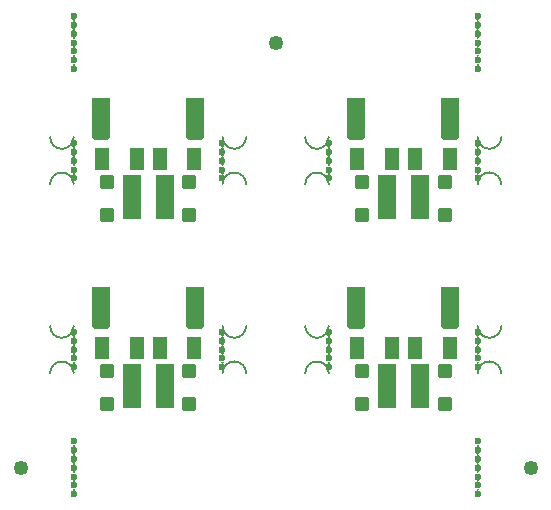
<source format=gts>
G04 #@! TF.GenerationSoftware,KiCad,Pcbnew,(7.0.0-0)*
G04 #@! TF.CreationDate,2025-09-03T19:42:49+12:00*
G04 #@! TF.ProjectId,polar_light_panelized_X4,706f6c61-725f-46c6-9967-68745f70616e,rev?*
G04 #@! TF.SameCoordinates,Original*
G04 #@! TF.FileFunction,Soldermask,Top*
G04 #@! TF.FilePolarity,Negative*
%FSLAX46Y46*%
G04 Gerber Fmt 4.6, Leading zero omitted, Abs format (unit mm)*
G04 Created by KiCad (PCBNEW (7.0.0-0)) date 2025-09-03 19:42:49*
%MOMM*%
%LPD*%
G01*
G04 APERTURE LIST*
G04 Aperture macros list*
%AMRoundRect*
0 Rectangle with rounded corners*
0 $1 Rounding radius*
0 $2 $3 $4 $5 $6 $7 $8 $9 X,Y pos of 4 corners*
0 Add a 4 corners polygon primitive as box body*
4,1,4,$2,$3,$4,$5,$6,$7,$8,$9,$2,$3,0*
0 Add four circle primitives for the rounded corners*
1,1,$1+$1,$2,$3*
1,1,$1+$1,$4,$5*
1,1,$1+$1,$6,$7*
1,1,$1+$1,$8,$9*
0 Add four rect primitives between the rounded corners*
20,1,$1+$1,$2,$3,$4,$5,0*
20,1,$1+$1,$4,$5,$6,$7,0*
20,1,$1+$1,$6,$7,$8,$9,0*
20,1,$1+$1,$8,$9,$2,$3,0*%
%AMFreePoly0*
4,1,31,0.382209,1.799478,0.489210,1.783888,0.503961,1.779330,0.614864,1.725113,0.628259,1.715548,0.715548,1.628259,0.725113,1.614864,0.779330,1.503961,0.783888,1.489210,0.799478,1.382209,0.800000,1.375000,0.800000,-1.750000,0.785355,-1.785355,0.750000,-1.800000,-0.750000,-1.800000,-0.785355,-1.785355,-0.800000,-1.750000,-0.800000,1.375000,-0.799478,1.382209,-0.783888,1.489210,
-0.779330,1.503961,-0.725113,1.614864,-0.715548,1.628259,-0.628259,1.715548,-0.614864,1.725113,-0.503961,1.779330,-0.489210,1.783888,-0.382209,1.799478,-0.375000,1.800000,0.375000,1.800000,0.382209,1.799478,0.382209,1.799478,$1*%
G04 Aperture macros list end*
G04 #@! TA.AperFunction,Profile*
%ADD10C,0.150000*%
G04 #@! TD*
%ADD11C,1.252000*%
%ADD12RoundRect,0.050000X0.550000X-0.550000X0.550000X0.550000X-0.550000X0.550000X-0.550000X-0.550000X0*%
%ADD13C,0.600000*%
%ADD14RoundRect,0.050000X-0.575000X-0.900000X0.575000X-0.900000X0.575000X0.900000X-0.575000X0.900000X0*%
%ADD15FreePoly0,180.000000*%
%ADD16RoundRect,0.050000X0.700000X1.850000X-0.700000X1.850000X-0.700000X-1.850000X0.700000X-1.850000X0*%
%ADD17RoundRect,0.050000X-0.550000X0.550000X-0.550000X-0.550000X0.550000X-0.550000X0.550000X0.550000X0*%
G04 APERTURE END LIST*
D10*
X132600033Y-103950037D02*
G75*
G03*
X130600035Y-103950037I-999999J19D01*
G01*
X130600038Y-99950001D02*
G75*
G03*
X132600034Y-99950001I999998J-20D01*
G01*
X154200032Y-87950074D02*
G75*
G03*
X152200034Y-87950074I-999999J19D01*
G01*
X152200037Y-83950038D02*
G75*
G03*
X154200033Y-83950038I999998J-20D01*
G01*
X166800003Y-99949964D02*
G75*
G03*
X168800001Y-99949964I999999J-19D01*
G01*
X168799998Y-103950000D02*
G75*
G03*
X166800002Y-103950000I-999998J20D01*
G01*
X166800038Y-83950002D02*
G75*
G03*
X168800036Y-83950002I999999J-19D01*
G01*
X168800033Y-87950038D02*
G75*
G03*
X166800037Y-87950038I-999998J20D01*
G01*
X145200039Y-83949965D02*
G75*
G03*
X147200037Y-83949965I999999J-19D01*
G01*
X147200034Y-87950001D02*
G75*
G03*
X145200038Y-87950001I-999998J20D01*
G01*
X132600033Y-87950037D02*
G75*
G03*
X130600035Y-87950037I-999999J19D01*
G01*
X130600038Y-83950001D02*
G75*
G03*
X132600034Y-83950001I999998J-20D01*
G01*
X145200039Y-99949965D02*
G75*
G03*
X147200037Y-99949965I999999J-19D01*
G01*
X147200034Y-103950001D02*
G75*
G03*
X145200038Y-103950001I-999998J20D01*
G01*
X154199997Y-103950036D02*
G75*
G03*
X152199999Y-103950036I-999999J19D01*
G01*
X152200002Y-99950000D02*
G75*
G03*
X154199998Y-99950000I999998J-20D01*
G01*
D11*
X128100000Y-111950000D03*
D12*
X164000000Y-90550000D03*
X164000000Y-87750000D03*
D13*
X132600036Y-103450001D03*
X132600034Y-102700001D03*
X132600034Y-101950019D03*
X132600034Y-101200001D03*
X132600034Y-100450001D03*
D14*
X134975000Y-85800000D03*
X137925000Y-85800000D03*
X134975000Y-101800000D03*
X137925000Y-101800000D03*
D15*
X164500000Y-98450000D03*
D16*
X137500000Y-105050000D03*
X140300000Y-105050000D03*
D13*
X166800000Y-78200000D03*
X166800000Y-77450000D03*
X166800000Y-76700000D03*
X166800000Y-75950000D03*
X166800000Y-75200000D03*
X166800000Y-74450000D03*
X166800000Y-73700000D03*
D15*
X156500000Y-82450000D03*
D14*
X156575000Y-85800000D03*
X159525000Y-85800000D03*
D11*
X171300000Y-111950000D03*
D13*
X154200035Y-87450038D03*
X154200033Y-86700038D03*
X154200033Y-85950056D03*
X154200033Y-85200038D03*
X154200033Y-84450038D03*
D17*
X157000000Y-87750000D03*
X157000000Y-90550000D03*
D14*
X156575000Y-101800000D03*
X159525000Y-101800000D03*
D17*
X157000000Y-103750000D03*
X157000000Y-106550000D03*
D15*
X156500000Y-98450000D03*
D13*
X166800000Y-100450000D03*
X166800002Y-101200000D03*
X166800002Y-101949982D03*
X166800002Y-102700000D03*
X166800002Y-103450000D03*
X132600000Y-114200000D03*
X132600000Y-113450000D03*
X132600000Y-112700000D03*
X132600000Y-111950000D03*
X132600000Y-111200000D03*
X132600000Y-110450000D03*
X132600000Y-109700000D03*
D15*
X142900000Y-82450000D03*
D14*
X161475000Y-85800000D03*
X164425000Y-85800000D03*
D16*
X159100000Y-89050000D03*
X161900000Y-89050000D03*
D15*
X142900000Y-98450000D03*
D16*
X137500000Y-89050000D03*
X140300000Y-89050000D03*
D14*
X161475000Y-101800000D03*
X164425000Y-101800000D03*
D13*
X166800035Y-84450038D03*
X166800037Y-85200038D03*
X166800037Y-85950020D03*
X166800037Y-86700038D03*
X166800037Y-87450038D03*
D15*
X164500000Y-82450000D03*
D12*
X142400000Y-106550000D03*
X142400000Y-103750000D03*
D15*
X134900000Y-82450000D03*
D12*
X142400000Y-90550000D03*
X142400000Y-87750000D03*
D16*
X159100000Y-105050000D03*
X161900000Y-105050000D03*
D14*
X139875000Y-85800000D03*
X142825000Y-85800000D03*
D15*
X134900000Y-98450000D03*
D17*
X135400000Y-103750000D03*
X135400000Y-106550000D03*
D13*
X145200036Y-84450001D03*
X145200038Y-85200001D03*
X145200038Y-85949983D03*
X145200038Y-86700001D03*
X145200038Y-87450001D03*
D14*
X139875000Y-101800000D03*
X142825000Y-101800000D03*
D13*
X132600036Y-87450001D03*
X132600034Y-86700001D03*
X132600034Y-85950019D03*
X132600034Y-85200001D03*
X132600034Y-84450001D03*
X166800000Y-114200000D03*
X166800000Y-113450000D03*
X166800000Y-112700000D03*
X166800000Y-111950000D03*
X166800000Y-111200000D03*
X166800000Y-110450000D03*
X166800000Y-109700000D03*
D11*
X149700000Y-75950000D03*
D17*
X135400000Y-87750000D03*
X135400000Y-90550000D03*
D13*
X145200036Y-100450001D03*
X145200038Y-101200001D03*
X145200038Y-101949983D03*
X145200038Y-102700001D03*
X145200038Y-103450001D03*
D12*
X164000000Y-106550000D03*
X164000000Y-103750000D03*
D13*
X154200000Y-103450000D03*
X154199998Y-102700000D03*
X154199998Y-101950018D03*
X154199998Y-101200000D03*
X154199998Y-100450000D03*
X132600000Y-78200000D03*
X132600000Y-77450000D03*
X132600000Y-76700000D03*
X132600000Y-75950000D03*
X132600000Y-75200000D03*
X132600000Y-74450000D03*
X132600000Y-73700000D03*
G36*
X166934079Y-113714404D02*
G01*
X166934909Y-113716079D01*
X166933992Y-113717709D01*
X166930883Y-113719707D01*
X166888598Y-113765125D01*
X166873316Y-113825000D01*
X166888598Y-113884874D01*
X166930882Y-113930291D01*
X166933992Y-113932289D01*
X166934910Y-113933919D01*
X166934080Y-113935595D01*
X166932227Y-113935851D01*
X166851742Y-113906558D01*
X166748258Y-113906558D01*
X166667772Y-113935851D01*
X166665919Y-113935595D01*
X166665089Y-113933919D01*
X166666007Y-113932289D01*
X166669117Y-113930290D01*
X166711401Y-113884874D01*
X166726682Y-113825000D01*
X166711401Y-113765125D01*
X166669116Y-113719707D01*
X166666007Y-113717709D01*
X166665090Y-113716080D01*
X166665920Y-113714404D01*
X166667773Y-113714148D01*
X166748258Y-113743442D01*
X166851742Y-113743442D01*
X166932226Y-113714148D01*
X166934079Y-113714404D01*
G37*
G36*
X132734079Y-113714404D02*
G01*
X132734909Y-113716079D01*
X132733992Y-113717709D01*
X132730883Y-113719707D01*
X132688598Y-113765125D01*
X132673316Y-113825000D01*
X132688598Y-113884874D01*
X132730882Y-113930291D01*
X132733992Y-113932289D01*
X132734910Y-113933919D01*
X132734080Y-113935595D01*
X132732227Y-113935851D01*
X132651742Y-113906558D01*
X132548258Y-113906558D01*
X132467772Y-113935851D01*
X132465919Y-113935595D01*
X132465089Y-113933919D01*
X132466007Y-113932289D01*
X132469117Y-113930290D01*
X132511401Y-113884874D01*
X132526682Y-113825000D01*
X132511401Y-113765125D01*
X132469116Y-113719707D01*
X132466007Y-113717709D01*
X132465090Y-113716080D01*
X132465920Y-113714404D01*
X132467773Y-113714148D01*
X132548258Y-113743442D01*
X132651742Y-113743442D01*
X132732226Y-113714148D01*
X132734079Y-113714404D01*
G37*
G36*
X166934079Y-112964404D02*
G01*
X166934909Y-112966079D01*
X166933992Y-112967709D01*
X166930883Y-112969707D01*
X166888598Y-113015125D01*
X166873316Y-113074999D01*
X166888598Y-113134874D01*
X166930882Y-113180291D01*
X166933992Y-113182289D01*
X166934910Y-113183919D01*
X166934080Y-113185595D01*
X166932227Y-113185851D01*
X166851742Y-113156558D01*
X166748258Y-113156558D01*
X166667772Y-113185851D01*
X166665919Y-113185595D01*
X166665089Y-113183919D01*
X166666007Y-113182289D01*
X166669117Y-113180290D01*
X166711401Y-113134874D01*
X166726682Y-113075000D01*
X166711401Y-113015125D01*
X166669116Y-112969707D01*
X166666007Y-112967709D01*
X166665090Y-112966080D01*
X166665920Y-112964404D01*
X166667773Y-112964148D01*
X166748258Y-112993442D01*
X166851742Y-112993442D01*
X166932226Y-112964148D01*
X166934079Y-112964404D01*
G37*
G36*
X132734079Y-112964404D02*
G01*
X132734909Y-112966079D01*
X132733992Y-112967709D01*
X132730883Y-112969707D01*
X132688598Y-113015125D01*
X132673316Y-113075000D01*
X132688598Y-113134874D01*
X132730882Y-113180291D01*
X132733992Y-113182289D01*
X132734910Y-113183919D01*
X132734080Y-113185595D01*
X132732227Y-113185851D01*
X132651742Y-113156558D01*
X132548258Y-113156558D01*
X132467772Y-113185851D01*
X132465919Y-113185595D01*
X132465089Y-113183919D01*
X132466007Y-113182289D01*
X132469117Y-113180290D01*
X132511401Y-113134874D01*
X132526682Y-113075000D01*
X132511401Y-113015125D01*
X132469116Y-112969707D01*
X132466007Y-112967709D01*
X132465090Y-112966080D01*
X132465920Y-112964404D01*
X132467773Y-112964148D01*
X132548258Y-112993442D01*
X132651742Y-112993442D01*
X132732226Y-112964148D01*
X132734079Y-112964404D01*
G37*
G36*
X166934079Y-112214404D02*
G01*
X166934909Y-112216079D01*
X166933992Y-112217709D01*
X166930883Y-112219707D01*
X166888598Y-112265125D01*
X166873316Y-112325000D01*
X166888598Y-112384874D01*
X166930882Y-112430291D01*
X166933992Y-112432289D01*
X166934910Y-112433919D01*
X166934080Y-112435595D01*
X166932227Y-112435851D01*
X166851742Y-112406558D01*
X166748258Y-112406558D01*
X166667772Y-112435851D01*
X166665919Y-112435595D01*
X166665089Y-112433919D01*
X166666007Y-112432289D01*
X166669117Y-112430290D01*
X166711401Y-112384874D01*
X166726682Y-112324999D01*
X166711401Y-112265125D01*
X166669116Y-112219707D01*
X166666007Y-112217709D01*
X166665090Y-112216080D01*
X166665920Y-112214404D01*
X166667773Y-112214148D01*
X166748258Y-112243442D01*
X166851742Y-112243442D01*
X166932226Y-112214148D01*
X166934079Y-112214404D01*
G37*
G36*
X132734079Y-112214404D02*
G01*
X132734909Y-112216079D01*
X132733992Y-112217709D01*
X132730883Y-112219707D01*
X132688598Y-112265125D01*
X132673316Y-112325000D01*
X132688598Y-112384874D01*
X132730882Y-112430291D01*
X132733992Y-112432289D01*
X132734910Y-112433919D01*
X132734080Y-112435595D01*
X132732227Y-112435851D01*
X132651742Y-112406558D01*
X132548258Y-112406558D01*
X132467772Y-112435851D01*
X132465919Y-112435595D01*
X132465089Y-112433919D01*
X132466007Y-112432289D01*
X132469117Y-112430290D01*
X132511401Y-112384874D01*
X132526682Y-112324999D01*
X132511401Y-112265125D01*
X132469116Y-112219707D01*
X132466007Y-112217709D01*
X132465090Y-112216080D01*
X132465920Y-112214404D01*
X132467773Y-112214148D01*
X132548258Y-112243442D01*
X132651742Y-112243442D01*
X132732226Y-112214148D01*
X132734079Y-112214404D01*
G37*
G36*
X166934075Y-111464406D02*
G01*
X166934905Y-111466082D01*
X166933987Y-111467711D01*
X166930886Y-111469704D01*
X166888598Y-111515123D01*
X166873316Y-111574998D01*
X166888597Y-111634872D01*
X166930881Y-111680290D01*
X166933993Y-111682289D01*
X166934911Y-111683919D01*
X166934081Y-111685595D01*
X166932228Y-111685851D01*
X166851742Y-111656558D01*
X166748258Y-111656558D01*
X166667765Y-111685853D01*
X166665912Y-111685597D01*
X166665082Y-111683921D01*
X166666000Y-111682291D01*
X166669117Y-111680288D01*
X166711401Y-111634872D01*
X166726682Y-111574998D01*
X166711400Y-111515123D01*
X166669116Y-111469706D01*
X166666012Y-111467712D01*
X166665094Y-111466082D01*
X166665924Y-111464406D01*
X166667777Y-111464150D01*
X166748258Y-111493442D01*
X166851742Y-111493442D01*
X166932222Y-111464150D01*
X166934075Y-111464406D01*
G37*
G36*
X132734075Y-111464406D02*
G01*
X132734905Y-111466082D01*
X132733987Y-111467711D01*
X132730886Y-111469704D01*
X132688598Y-111515123D01*
X132673316Y-111574998D01*
X132688597Y-111634872D01*
X132730881Y-111680290D01*
X132733993Y-111682289D01*
X132734911Y-111683919D01*
X132734081Y-111685595D01*
X132732228Y-111685851D01*
X132651742Y-111656558D01*
X132548258Y-111656558D01*
X132467765Y-111685853D01*
X132465912Y-111685597D01*
X132465082Y-111683921D01*
X132466000Y-111682291D01*
X132469117Y-111680288D01*
X132511401Y-111634872D01*
X132526682Y-111574998D01*
X132511400Y-111515123D01*
X132469116Y-111469706D01*
X132466012Y-111467712D01*
X132465094Y-111466082D01*
X132465924Y-111464406D01*
X132467777Y-111464150D01*
X132548258Y-111493442D01*
X132651742Y-111493442D01*
X132732222Y-111464150D01*
X132734075Y-111464406D01*
G37*
G36*
X166934079Y-110714404D02*
G01*
X166934909Y-110716079D01*
X166933992Y-110717709D01*
X166930883Y-110719707D01*
X166888598Y-110765125D01*
X166873316Y-110824999D01*
X166888598Y-110884874D01*
X166930882Y-110930291D01*
X166933992Y-110932289D01*
X166934910Y-110933919D01*
X166934080Y-110935595D01*
X166932227Y-110935851D01*
X166851742Y-110906558D01*
X166748258Y-110906558D01*
X166667772Y-110935851D01*
X166665919Y-110935595D01*
X166665089Y-110933919D01*
X166666007Y-110932289D01*
X166669117Y-110930290D01*
X166711401Y-110884874D01*
X166726682Y-110825000D01*
X166711401Y-110765125D01*
X166669116Y-110719707D01*
X166666007Y-110717709D01*
X166665090Y-110716080D01*
X166665920Y-110714404D01*
X166667773Y-110714148D01*
X166748258Y-110743442D01*
X166851742Y-110743442D01*
X166932226Y-110714148D01*
X166934079Y-110714404D01*
G37*
G36*
X132734079Y-110714404D02*
G01*
X132734909Y-110716079D01*
X132733992Y-110717709D01*
X132730883Y-110719707D01*
X132688598Y-110765125D01*
X132673316Y-110825000D01*
X132688598Y-110884874D01*
X132730882Y-110930291D01*
X132733992Y-110932289D01*
X132734910Y-110933919D01*
X132734080Y-110935595D01*
X132732227Y-110935851D01*
X132651742Y-110906558D01*
X132548258Y-110906558D01*
X132467772Y-110935851D01*
X132465919Y-110935595D01*
X132465089Y-110933919D01*
X132466007Y-110932289D01*
X132469117Y-110930290D01*
X132511401Y-110884874D01*
X132526682Y-110825000D01*
X132511401Y-110765125D01*
X132469116Y-110719707D01*
X132466007Y-110717709D01*
X132465090Y-110716080D01*
X132465920Y-110714404D01*
X132467773Y-110714148D01*
X132548258Y-110743442D01*
X132651742Y-110743442D01*
X132732226Y-110714148D01*
X132734079Y-110714404D01*
G37*
G36*
X166934079Y-109964404D02*
G01*
X166934909Y-109966079D01*
X166933992Y-109967709D01*
X166930883Y-109969707D01*
X166888598Y-110015125D01*
X166873316Y-110074999D01*
X166888598Y-110134874D01*
X166930882Y-110180291D01*
X166933992Y-110182289D01*
X166934910Y-110183919D01*
X166934080Y-110185595D01*
X166932227Y-110185851D01*
X166851742Y-110156558D01*
X166748258Y-110156558D01*
X166667772Y-110185851D01*
X166665919Y-110185595D01*
X166665089Y-110183919D01*
X166666007Y-110182289D01*
X166669117Y-110180290D01*
X166711401Y-110134874D01*
X166726682Y-110075000D01*
X166711401Y-110015125D01*
X166669116Y-109969707D01*
X166666007Y-109967709D01*
X166665090Y-109966080D01*
X166665920Y-109964404D01*
X166667773Y-109964148D01*
X166748258Y-109993442D01*
X166851742Y-109993442D01*
X166932226Y-109964148D01*
X166934079Y-109964404D01*
G37*
G36*
X132734079Y-109964404D02*
G01*
X132734909Y-109966079D01*
X132733992Y-109967709D01*
X132730883Y-109969707D01*
X132688598Y-110015125D01*
X132673316Y-110074999D01*
X132688598Y-110134874D01*
X132730882Y-110180291D01*
X132733992Y-110182289D01*
X132734910Y-110183919D01*
X132734080Y-110185595D01*
X132732227Y-110185851D01*
X132651742Y-110156558D01*
X132548258Y-110156558D01*
X132467772Y-110185851D01*
X132465919Y-110185595D01*
X132465089Y-110183919D01*
X132466007Y-110182289D01*
X132469117Y-110180290D01*
X132511401Y-110134874D01*
X132526682Y-110075000D01*
X132511401Y-110015125D01*
X132469116Y-109969707D01*
X132466007Y-109967709D01*
X132465090Y-109966080D01*
X132465920Y-109964404D01*
X132467773Y-109964148D01*
X132548258Y-109993442D01*
X132651742Y-109993442D01*
X132732226Y-109964148D01*
X132734079Y-109964404D01*
G37*
G36*
X132548292Y-102993443D02*
G01*
X132651776Y-102993443D01*
X132732255Y-102964151D01*
X132734108Y-102964407D01*
X132734938Y-102966083D01*
X132734021Y-102967712D01*
X132730918Y-102969706D01*
X132688633Y-103015125D01*
X132673351Y-103075000D01*
X132688632Y-103134874D01*
X132730917Y-103180291D01*
X132734029Y-103182290D01*
X132734947Y-103183920D01*
X132734117Y-103185596D01*
X132732264Y-103185852D01*
X132651778Y-103156559D01*
X132548294Y-103156559D01*
X132467806Y-103185853D01*
X132465953Y-103185597D01*
X132465123Y-103183921D01*
X132466041Y-103182291D01*
X132469152Y-103180292D01*
X132511436Y-103134874D01*
X132526717Y-103075000D01*
X132511435Y-103015126D01*
X132469150Y-102969708D01*
X132466041Y-102967710D01*
X132465124Y-102966081D01*
X132465954Y-102964405D01*
X132467807Y-102964149D01*
X132548292Y-102993443D01*
G37*
G36*
X154148256Y-102993442D02*
G01*
X154251740Y-102993442D01*
X154332219Y-102964150D01*
X154334072Y-102964406D01*
X154334902Y-102966082D01*
X154333985Y-102967711D01*
X154330882Y-102969705D01*
X154288597Y-103015124D01*
X154273315Y-103074999D01*
X154288596Y-103134873D01*
X154330881Y-103180290D01*
X154333993Y-103182289D01*
X154334911Y-103183919D01*
X154334081Y-103185595D01*
X154332228Y-103185851D01*
X154251742Y-103156558D01*
X154148258Y-103156558D01*
X154067770Y-103185852D01*
X154065917Y-103185596D01*
X154065087Y-103183920D01*
X154066005Y-103182290D01*
X154069116Y-103180291D01*
X154111400Y-103134873D01*
X154126681Y-103074999D01*
X154111399Y-103015125D01*
X154069114Y-102969707D01*
X154066005Y-102967709D01*
X154065088Y-102966080D01*
X154065918Y-102964404D01*
X154067771Y-102964148D01*
X154148256Y-102993442D01*
G37*
G36*
X145334117Y-102964405D02*
G01*
X145334947Y-102966080D01*
X145334030Y-102967710D01*
X145330921Y-102969708D01*
X145288636Y-103015126D01*
X145273354Y-103075001D01*
X145288636Y-103134875D01*
X145330920Y-103180292D01*
X145334030Y-103182290D01*
X145334948Y-103183920D01*
X145334118Y-103185596D01*
X145332265Y-103185852D01*
X145251780Y-103156559D01*
X145148296Y-103156559D01*
X145067810Y-103185852D01*
X145065957Y-103185596D01*
X145065127Y-103183920D01*
X145066045Y-103182290D01*
X145069155Y-103180291D01*
X145111439Y-103134875D01*
X145126720Y-103075000D01*
X145111439Y-103015126D01*
X145069154Y-102969708D01*
X145066045Y-102967710D01*
X145065128Y-102966081D01*
X145065958Y-102964405D01*
X145067811Y-102964149D01*
X145148296Y-102993443D01*
X145251780Y-102993443D01*
X145332264Y-102964149D01*
X145334117Y-102964405D01*
G37*
G36*
X166934081Y-102964404D02*
G01*
X166934911Y-102966079D01*
X166933994Y-102967709D01*
X166930885Y-102969707D01*
X166888600Y-103015125D01*
X166873318Y-103075000D01*
X166888600Y-103134874D01*
X166930884Y-103180291D01*
X166933994Y-103182289D01*
X166934912Y-103183919D01*
X166934082Y-103185595D01*
X166932229Y-103185851D01*
X166851744Y-103156558D01*
X166748260Y-103156558D01*
X166667774Y-103185851D01*
X166665921Y-103185595D01*
X166665091Y-103183919D01*
X166666009Y-103182289D01*
X166669119Y-103180290D01*
X166711403Y-103134874D01*
X166726684Y-103074999D01*
X166711403Y-103015125D01*
X166669118Y-102969707D01*
X166666009Y-102967709D01*
X166665092Y-102966080D01*
X166665922Y-102964404D01*
X166667775Y-102964148D01*
X166748260Y-102993442D01*
X166851744Y-102993442D01*
X166932228Y-102964148D01*
X166934081Y-102964404D01*
G37*
G36*
X132734113Y-102214423D02*
G01*
X132734943Y-102216098D01*
X132734026Y-102217728D01*
X132730931Y-102219717D01*
X132688646Y-102265135D01*
X132673364Y-102325010D01*
X132688646Y-102384884D01*
X132730930Y-102430301D01*
X132734026Y-102432290D01*
X132734944Y-102433920D01*
X132734114Y-102435596D01*
X132732261Y-102435852D01*
X132651776Y-102406559D01*
X132548292Y-102406559D01*
X132467799Y-102435854D01*
X132465946Y-102435598D01*
X132465116Y-102433922D01*
X132466034Y-102432292D01*
X132469137Y-102430298D01*
X132511421Y-102384882D01*
X132526702Y-102325008D01*
X132511420Y-102265133D01*
X132469136Y-102219716D01*
X132466046Y-102217731D01*
X132465128Y-102216101D01*
X132465958Y-102214425D01*
X132467811Y-102214169D01*
X132548292Y-102243461D01*
X132651776Y-102243461D01*
X132732260Y-102214167D01*
X132734113Y-102214423D01*
G37*
G36*
X145148296Y-102243425D02*
G01*
X145251780Y-102243425D01*
X145332260Y-102214133D01*
X145334113Y-102214389D01*
X145334943Y-102216065D01*
X145334025Y-102217694D01*
X145330910Y-102219696D01*
X145288622Y-102265115D01*
X145273340Y-102324990D01*
X145288621Y-102384864D01*
X145330905Y-102430282D01*
X145334031Y-102432290D01*
X145334949Y-102433920D01*
X145334119Y-102435596D01*
X145332266Y-102435852D01*
X145251780Y-102406559D01*
X145148296Y-102406559D01*
X145067810Y-102435852D01*
X145065957Y-102435596D01*
X145065127Y-102433920D01*
X145066045Y-102432290D01*
X145069169Y-102430282D01*
X145111453Y-102384866D01*
X145126734Y-102324992D01*
X145111453Y-102265117D01*
X145069168Y-102219699D01*
X145066045Y-102217692D01*
X145065128Y-102216063D01*
X145065958Y-102214387D01*
X145067811Y-102214131D01*
X145148296Y-102243425D01*
G37*
G36*
X166934081Y-102214386D02*
G01*
X166934911Y-102216061D01*
X166933994Y-102217691D01*
X166930871Y-102219698D01*
X166888586Y-102265116D01*
X166873304Y-102324991D01*
X166888586Y-102384865D01*
X166930870Y-102430282D01*
X166933994Y-102432289D01*
X166934912Y-102433919D01*
X166934082Y-102435595D01*
X166932229Y-102435851D01*
X166851744Y-102406558D01*
X166748260Y-102406558D01*
X166667774Y-102435851D01*
X166665921Y-102435595D01*
X166665091Y-102433919D01*
X166666009Y-102432289D01*
X166669133Y-102430281D01*
X166711417Y-102384865D01*
X166726698Y-102324991D01*
X166711417Y-102265116D01*
X166669132Y-102219698D01*
X166666009Y-102217691D01*
X166665092Y-102216062D01*
X166665922Y-102214386D01*
X166667775Y-102214130D01*
X166748260Y-102243424D01*
X166851744Y-102243424D01*
X166932228Y-102214130D01*
X166934081Y-102214386D01*
G37*
G36*
X154334077Y-102214422D02*
G01*
X154334907Y-102216097D01*
X154333990Y-102217727D01*
X154330895Y-102219716D01*
X154288610Y-102265134D01*
X154273328Y-102325009D01*
X154288610Y-102384883D01*
X154330894Y-102430300D01*
X154333990Y-102432289D01*
X154334908Y-102433919D01*
X154334078Y-102435595D01*
X154332225Y-102435851D01*
X154251740Y-102406558D01*
X154148256Y-102406558D01*
X154067770Y-102435851D01*
X154065917Y-102435595D01*
X154065087Y-102433919D01*
X154066005Y-102432289D01*
X154069101Y-102430299D01*
X154111385Y-102384883D01*
X154126666Y-102325008D01*
X154111385Y-102265134D01*
X154069100Y-102219716D01*
X154066005Y-102217727D01*
X154065088Y-102216098D01*
X154065918Y-102214422D01*
X154067771Y-102214166D01*
X154148256Y-102243460D01*
X154251740Y-102243460D01*
X154332224Y-102214166D01*
X154334077Y-102214422D01*
G37*
G36*
X132734109Y-101464407D02*
G01*
X132734939Y-101466083D01*
X132734021Y-101467712D01*
X132730906Y-101469714D01*
X132688618Y-101515133D01*
X132673336Y-101575008D01*
X132688617Y-101634882D01*
X132730901Y-101680300D01*
X132734027Y-101682308D01*
X132734945Y-101683938D01*
X132734115Y-101685614D01*
X132732262Y-101685870D01*
X132651776Y-101656577D01*
X132548292Y-101656577D01*
X132467799Y-101685872D01*
X132465946Y-101685616D01*
X132465116Y-101683940D01*
X132466034Y-101682310D01*
X132469165Y-101680298D01*
X132511449Y-101634882D01*
X132526730Y-101575008D01*
X132511448Y-101515133D01*
X132469164Y-101469716D01*
X132466046Y-101467713D01*
X132465128Y-101466083D01*
X132465958Y-101464407D01*
X132467811Y-101464151D01*
X132548292Y-101493443D01*
X132651776Y-101493443D01*
X132732256Y-101464151D01*
X132734109Y-101464407D01*
G37*
G36*
X154334077Y-101464404D02*
G01*
X154334907Y-101466079D01*
X154333990Y-101467709D01*
X154330867Y-101469716D01*
X154288582Y-101515134D01*
X154273300Y-101575008D01*
X154288582Y-101634883D01*
X154330866Y-101680300D01*
X154333990Y-101682307D01*
X154334908Y-101683937D01*
X154334078Y-101685613D01*
X154332225Y-101685869D01*
X154251740Y-101656576D01*
X154148256Y-101656576D01*
X154067770Y-101685869D01*
X154065917Y-101685613D01*
X154065087Y-101683937D01*
X154066005Y-101682307D01*
X154069129Y-101680299D01*
X154111413Y-101634883D01*
X154126694Y-101575009D01*
X154111413Y-101515134D01*
X154069128Y-101469716D01*
X154066005Y-101467709D01*
X154065088Y-101466080D01*
X154065918Y-101464404D01*
X154067771Y-101464148D01*
X154148256Y-101493442D01*
X154251740Y-101493442D01*
X154332224Y-101464148D01*
X154334077Y-101464404D01*
G37*
G36*
X166934077Y-101464406D02*
G01*
X166934907Y-101466082D01*
X166933989Y-101467711D01*
X166930902Y-101469695D01*
X166888614Y-101515114D01*
X166873332Y-101574989D01*
X166888613Y-101634863D01*
X166930897Y-101680281D01*
X166933995Y-101682271D01*
X166934913Y-101683901D01*
X166934083Y-101685577D01*
X166932230Y-101685833D01*
X166851744Y-101656540D01*
X166748260Y-101656540D01*
X166667767Y-101685835D01*
X166665914Y-101685579D01*
X166665084Y-101683903D01*
X166666002Y-101682273D01*
X166669105Y-101680279D01*
X166711389Y-101634863D01*
X166726670Y-101574989D01*
X166711388Y-101515114D01*
X166669104Y-101469697D01*
X166666014Y-101467712D01*
X166665096Y-101466082D01*
X166665926Y-101464406D01*
X166667779Y-101464150D01*
X166748260Y-101493442D01*
X166851744Y-101493442D01*
X166932224Y-101464150D01*
X166934077Y-101464406D01*
G37*
G36*
X145334117Y-101464405D02*
G01*
X145334947Y-101466080D01*
X145334030Y-101467710D01*
X145330935Y-101469699D01*
X145288650Y-101515117D01*
X145273368Y-101574992D01*
X145288650Y-101634866D01*
X145330934Y-101680283D01*
X145334030Y-101682272D01*
X145334948Y-101683902D01*
X145334118Y-101685578D01*
X145332265Y-101685834D01*
X145251780Y-101656541D01*
X145148296Y-101656541D01*
X145067810Y-101685834D01*
X145065957Y-101685578D01*
X145065127Y-101683902D01*
X145066045Y-101682272D01*
X145069141Y-101680282D01*
X145111425Y-101634866D01*
X145126706Y-101574992D01*
X145111425Y-101515117D01*
X145069140Y-101469699D01*
X145066045Y-101467710D01*
X145065128Y-101466081D01*
X145065958Y-101464405D01*
X145067811Y-101464149D01*
X145148296Y-101493443D01*
X145251780Y-101493443D01*
X145332264Y-101464149D01*
X145334117Y-101464405D01*
G37*
G36*
X145148294Y-100743443D02*
G01*
X145251778Y-100743443D01*
X145332257Y-100714151D01*
X145334110Y-100714407D01*
X145334940Y-100716083D01*
X145334023Y-100717712D01*
X145330920Y-100719706D01*
X145288635Y-100765125D01*
X145273353Y-100825000D01*
X145288634Y-100884874D01*
X145330919Y-100930291D01*
X145334031Y-100932290D01*
X145334949Y-100933920D01*
X145334119Y-100935596D01*
X145332266Y-100935852D01*
X145251780Y-100906559D01*
X145148296Y-100906559D01*
X145067808Y-100935853D01*
X145065955Y-100935597D01*
X145065125Y-100933921D01*
X145066043Y-100932291D01*
X145069154Y-100930292D01*
X145111438Y-100884874D01*
X145126719Y-100825000D01*
X145111437Y-100765126D01*
X145069152Y-100719708D01*
X145066043Y-100717710D01*
X145065126Y-100716081D01*
X145065956Y-100714405D01*
X145067809Y-100714149D01*
X145148294Y-100743443D01*
G37*
G36*
X166748258Y-100743442D02*
G01*
X166851742Y-100743442D01*
X166932221Y-100714150D01*
X166934074Y-100714406D01*
X166934904Y-100716082D01*
X166933987Y-100717711D01*
X166930884Y-100719705D01*
X166888599Y-100765124D01*
X166873317Y-100824999D01*
X166888598Y-100884873D01*
X166930883Y-100930290D01*
X166933995Y-100932289D01*
X166934913Y-100933919D01*
X166934083Y-100935595D01*
X166932230Y-100935851D01*
X166851744Y-100906558D01*
X166748260Y-100906558D01*
X166667772Y-100935852D01*
X166665919Y-100935596D01*
X166665089Y-100933920D01*
X166666007Y-100932290D01*
X166669118Y-100930291D01*
X166711402Y-100884873D01*
X166726683Y-100824999D01*
X166711401Y-100765125D01*
X166669116Y-100719707D01*
X166666007Y-100717709D01*
X166665090Y-100716080D01*
X166665920Y-100714404D01*
X166667773Y-100714148D01*
X166748258Y-100743442D01*
G37*
G36*
X132734113Y-100714405D02*
G01*
X132734943Y-100716080D01*
X132734026Y-100717710D01*
X132730917Y-100719708D01*
X132688632Y-100765126D01*
X132673350Y-100825001D01*
X132688632Y-100884875D01*
X132730916Y-100930292D01*
X132734026Y-100932290D01*
X132734944Y-100933920D01*
X132734114Y-100935596D01*
X132732261Y-100935852D01*
X132651776Y-100906559D01*
X132548292Y-100906559D01*
X132467806Y-100935852D01*
X132465953Y-100935596D01*
X132465123Y-100933920D01*
X132466041Y-100932290D01*
X132469151Y-100930291D01*
X132511435Y-100884875D01*
X132526716Y-100825000D01*
X132511435Y-100765126D01*
X132469150Y-100719708D01*
X132466041Y-100717710D01*
X132465124Y-100716081D01*
X132465954Y-100714405D01*
X132467807Y-100714149D01*
X132548292Y-100743443D01*
X132651776Y-100743443D01*
X132732260Y-100714149D01*
X132734113Y-100714405D01*
G37*
G36*
X154334077Y-100714404D02*
G01*
X154334907Y-100716079D01*
X154333990Y-100717709D01*
X154330881Y-100719707D01*
X154288596Y-100765125D01*
X154273314Y-100824999D01*
X154288596Y-100884874D01*
X154330880Y-100930291D01*
X154333990Y-100932289D01*
X154334908Y-100933919D01*
X154334078Y-100935595D01*
X154332225Y-100935851D01*
X154251740Y-100906558D01*
X154148256Y-100906558D01*
X154067770Y-100935851D01*
X154065917Y-100935595D01*
X154065087Y-100933919D01*
X154066005Y-100932289D01*
X154069115Y-100930290D01*
X154111399Y-100884874D01*
X154126680Y-100824999D01*
X154111399Y-100765125D01*
X154069114Y-100719707D01*
X154066005Y-100717709D01*
X154065088Y-100716080D01*
X154065918Y-100714404D01*
X154067771Y-100714148D01*
X154148256Y-100743442D01*
X154251740Y-100743442D01*
X154332224Y-100714148D01*
X154334077Y-100714404D01*
G37*
G36*
X154148291Y-86993480D02*
G01*
X154251775Y-86993480D01*
X154332254Y-86964188D01*
X154334107Y-86964444D01*
X154334937Y-86966120D01*
X154334020Y-86967749D01*
X154330917Y-86969743D01*
X154288632Y-87015162D01*
X154273350Y-87075037D01*
X154288631Y-87134911D01*
X154330916Y-87180328D01*
X154334028Y-87182327D01*
X154334946Y-87183957D01*
X154334116Y-87185633D01*
X154332263Y-87185889D01*
X154251777Y-87156596D01*
X154148293Y-87156596D01*
X154067805Y-87185890D01*
X154065952Y-87185634D01*
X154065122Y-87183958D01*
X154066040Y-87182328D01*
X154069151Y-87180329D01*
X154111435Y-87134911D01*
X154126716Y-87075037D01*
X154111434Y-87015163D01*
X154069149Y-86969745D01*
X154066040Y-86967747D01*
X154065123Y-86966118D01*
X154065953Y-86964442D01*
X154067806Y-86964186D01*
X154148291Y-86993480D01*
G37*
G36*
X166934116Y-86964442D02*
G01*
X166934946Y-86966117D01*
X166934029Y-86967747D01*
X166930920Y-86969745D01*
X166888635Y-87015163D01*
X166873353Y-87075038D01*
X166888635Y-87134912D01*
X166930919Y-87180329D01*
X166934029Y-87182327D01*
X166934947Y-87183957D01*
X166934117Y-87185633D01*
X166932264Y-87185889D01*
X166851779Y-87156596D01*
X166748295Y-87156596D01*
X166667809Y-87185889D01*
X166665956Y-87185633D01*
X166665126Y-87183957D01*
X166666044Y-87182327D01*
X166669154Y-87180328D01*
X166711438Y-87134912D01*
X166726719Y-87075038D01*
X166711438Y-87015163D01*
X166669153Y-86969745D01*
X166666044Y-86967747D01*
X166665127Y-86966118D01*
X166665957Y-86964442D01*
X166667810Y-86964186D01*
X166748295Y-86993480D01*
X166851779Y-86993480D01*
X166932263Y-86964186D01*
X166934116Y-86964442D01*
G37*
G36*
X132548292Y-86993443D02*
G01*
X132651776Y-86993443D01*
X132732255Y-86964151D01*
X132734108Y-86964407D01*
X132734938Y-86966083D01*
X132734021Y-86967712D01*
X132730918Y-86969706D01*
X132688633Y-87015125D01*
X132673351Y-87075000D01*
X132688632Y-87134874D01*
X132730917Y-87180291D01*
X132734029Y-87182290D01*
X132734947Y-87183920D01*
X132734117Y-87185596D01*
X132732264Y-87185852D01*
X132651778Y-87156559D01*
X132548294Y-87156559D01*
X132467806Y-87185853D01*
X132465953Y-87185597D01*
X132465123Y-87183921D01*
X132466041Y-87182291D01*
X132469152Y-87180292D01*
X132511436Y-87134874D01*
X132526717Y-87075000D01*
X132511435Y-87015126D01*
X132469150Y-86969708D01*
X132466041Y-86967710D01*
X132465124Y-86966081D01*
X132465954Y-86964405D01*
X132467807Y-86964149D01*
X132548292Y-86993443D01*
G37*
G36*
X145334117Y-86964405D02*
G01*
X145334947Y-86966080D01*
X145334030Y-86967710D01*
X145330921Y-86969708D01*
X145288636Y-87015126D01*
X145273354Y-87075000D01*
X145288636Y-87134875D01*
X145330920Y-87180292D01*
X145334030Y-87182290D01*
X145334948Y-87183920D01*
X145334118Y-87185596D01*
X145332265Y-87185852D01*
X145251780Y-87156559D01*
X145148296Y-87156559D01*
X145067810Y-87185852D01*
X145065957Y-87185596D01*
X145065127Y-87183920D01*
X145066045Y-87182290D01*
X145069155Y-87180291D01*
X145111439Y-87134875D01*
X145126720Y-87075001D01*
X145111439Y-87015126D01*
X145069154Y-86969708D01*
X145066045Y-86967710D01*
X145065128Y-86966081D01*
X145065958Y-86964405D01*
X145067811Y-86964149D01*
X145148296Y-86993443D01*
X145251780Y-86993443D01*
X145332264Y-86964149D01*
X145334117Y-86964405D01*
G37*
G36*
X166934112Y-86214426D02*
G01*
X166934942Y-86216102D01*
X166934024Y-86217731D01*
X166930909Y-86219733D01*
X166888621Y-86265152D01*
X166873339Y-86325027D01*
X166888620Y-86384901D01*
X166930904Y-86430319D01*
X166934030Y-86432327D01*
X166934948Y-86433957D01*
X166934118Y-86435633D01*
X166932265Y-86435889D01*
X166851779Y-86406596D01*
X166748295Y-86406596D01*
X166667802Y-86435891D01*
X166665949Y-86435635D01*
X166665119Y-86433959D01*
X166666037Y-86432329D01*
X166669168Y-86430317D01*
X166711452Y-86384901D01*
X166726733Y-86325027D01*
X166711451Y-86265152D01*
X166669167Y-86219735D01*
X166666049Y-86217732D01*
X166665131Y-86216102D01*
X166665961Y-86214426D01*
X166667814Y-86214170D01*
X166748295Y-86243462D01*
X166851779Y-86243462D01*
X166932259Y-86214170D01*
X166934112Y-86214426D01*
G37*
G36*
X154334112Y-86214460D02*
G01*
X154334942Y-86216135D01*
X154334025Y-86217765D01*
X154330930Y-86219754D01*
X154288645Y-86265172D01*
X154273363Y-86325047D01*
X154288645Y-86384921D01*
X154330929Y-86430338D01*
X154334025Y-86432327D01*
X154334943Y-86433957D01*
X154334113Y-86435633D01*
X154332260Y-86435889D01*
X154251775Y-86406596D01*
X154148291Y-86406596D01*
X154067798Y-86435891D01*
X154065945Y-86435635D01*
X154065115Y-86433959D01*
X154066033Y-86432329D01*
X154069136Y-86430335D01*
X154111420Y-86384919D01*
X154126701Y-86325045D01*
X154111419Y-86265170D01*
X154069135Y-86219753D01*
X154066045Y-86217768D01*
X154065127Y-86216138D01*
X154065957Y-86214462D01*
X154067810Y-86214206D01*
X154148291Y-86243498D01*
X154251775Y-86243498D01*
X154332259Y-86214204D01*
X154334112Y-86214460D01*
G37*
G36*
X145334117Y-86214387D02*
G01*
X145334947Y-86216062D01*
X145334030Y-86217692D01*
X145330907Y-86219699D01*
X145288622Y-86265117D01*
X145273340Y-86324991D01*
X145288622Y-86384866D01*
X145330906Y-86430283D01*
X145334030Y-86432290D01*
X145334948Y-86433920D01*
X145334118Y-86435596D01*
X145332265Y-86435852D01*
X145251780Y-86406559D01*
X145148296Y-86406559D01*
X145067810Y-86435852D01*
X145065957Y-86435596D01*
X145065127Y-86433920D01*
X145066045Y-86432290D01*
X145069169Y-86430282D01*
X145111453Y-86384866D01*
X145126734Y-86324992D01*
X145111453Y-86265117D01*
X145069168Y-86219699D01*
X145066045Y-86217692D01*
X145065128Y-86216063D01*
X145065958Y-86214387D01*
X145067811Y-86214131D01*
X145148296Y-86243425D01*
X145251780Y-86243425D01*
X145332264Y-86214131D01*
X145334117Y-86214387D01*
G37*
G36*
X132734113Y-86214423D02*
G01*
X132734943Y-86216098D01*
X132734026Y-86217728D01*
X132730931Y-86219717D01*
X132688646Y-86265135D01*
X132673364Y-86325010D01*
X132688646Y-86384884D01*
X132730930Y-86430301D01*
X132734026Y-86432290D01*
X132734944Y-86433920D01*
X132734114Y-86435596D01*
X132732261Y-86435852D01*
X132651776Y-86406559D01*
X132548292Y-86406559D01*
X132467806Y-86435852D01*
X132465953Y-86435596D01*
X132465123Y-86433920D01*
X132466041Y-86432290D01*
X132469137Y-86430300D01*
X132511421Y-86384884D01*
X132526702Y-86325010D01*
X132511421Y-86265135D01*
X132469136Y-86219717D01*
X132466041Y-86217728D01*
X132465124Y-86216099D01*
X132465954Y-86214423D01*
X132467807Y-86214167D01*
X132548292Y-86243461D01*
X132651776Y-86243461D01*
X132732260Y-86214167D01*
X132734113Y-86214423D01*
G37*
G36*
X154334112Y-85464442D02*
G01*
X154334942Y-85466117D01*
X154334025Y-85467747D01*
X154330902Y-85469754D01*
X154288617Y-85515172D01*
X154273335Y-85575047D01*
X154288617Y-85634921D01*
X154330901Y-85680338D01*
X154334025Y-85682345D01*
X154334943Y-85683975D01*
X154334113Y-85685651D01*
X154332260Y-85685907D01*
X154251775Y-85656614D01*
X154148291Y-85656614D01*
X154067805Y-85685907D01*
X154065952Y-85685651D01*
X154065122Y-85683975D01*
X154066040Y-85682345D01*
X154069164Y-85680337D01*
X154111448Y-85634921D01*
X154126729Y-85575046D01*
X154111448Y-85515172D01*
X154069163Y-85469754D01*
X154066040Y-85467747D01*
X154065123Y-85466118D01*
X154065953Y-85464442D01*
X154067806Y-85464186D01*
X154148291Y-85493480D01*
X154251775Y-85493480D01*
X154332259Y-85464186D01*
X154334112Y-85464442D01*
G37*
G36*
X166934116Y-85464442D02*
G01*
X166934946Y-85466117D01*
X166934029Y-85467747D01*
X166930934Y-85469736D01*
X166888649Y-85515154D01*
X166873367Y-85575028D01*
X166888649Y-85634903D01*
X166930933Y-85680320D01*
X166934029Y-85682309D01*
X166934947Y-85683939D01*
X166934117Y-85685615D01*
X166932264Y-85685871D01*
X166851779Y-85656578D01*
X166748295Y-85656578D01*
X166667809Y-85685871D01*
X166665956Y-85685615D01*
X166665126Y-85683939D01*
X166666044Y-85682309D01*
X166669140Y-85680319D01*
X166711424Y-85634903D01*
X166726705Y-85575029D01*
X166711424Y-85515154D01*
X166669139Y-85469736D01*
X166666044Y-85467747D01*
X166665127Y-85466118D01*
X166665957Y-85464442D01*
X166667810Y-85464186D01*
X166748295Y-85493480D01*
X166851779Y-85493480D01*
X166932263Y-85464186D01*
X166934116Y-85464442D01*
G37*
G36*
X132734113Y-85464405D02*
G01*
X132734943Y-85466080D01*
X132734026Y-85467710D01*
X132730903Y-85469717D01*
X132688618Y-85515135D01*
X132673336Y-85575010D01*
X132688618Y-85634884D01*
X132730902Y-85680301D01*
X132734026Y-85682308D01*
X132734944Y-85683938D01*
X132734114Y-85685614D01*
X132732261Y-85685870D01*
X132651776Y-85656577D01*
X132548292Y-85656577D01*
X132467806Y-85685870D01*
X132465953Y-85685614D01*
X132465123Y-85683938D01*
X132466041Y-85682308D01*
X132469165Y-85680300D01*
X132511449Y-85634884D01*
X132526730Y-85575009D01*
X132511449Y-85515135D01*
X132469164Y-85469717D01*
X132466041Y-85467710D01*
X132465124Y-85466081D01*
X132465954Y-85464405D01*
X132467807Y-85464149D01*
X132548292Y-85493443D01*
X132651776Y-85493443D01*
X132732260Y-85464149D01*
X132734113Y-85464405D01*
G37*
G36*
X145334117Y-85464405D02*
G01*
X145334947Y-85466080D01*
X145334030Y-85467710D01*
X145330935Y-85469699D01*
X145288650Y-85515117D01*
X145273368Y-85574992D01*
X145288650Y-85634866D01*
X145330934Y-85680283D01*
X145334030Y-85682272D01*
X145334948Y-85683902D01*
X145334118Y-85685578D01*
X145332265Y-85685834D01*
X145251780Y-85656541D01*
X145148296Y-85656541D01*
X145067810Y-85685834D01*
X145065957Y-85685578D01*
X145065127Y-85683902D01*
X145066045Y-85682272D01*
X145069141Y-85680282D01*
X145111425Y-85634866D01*
X145126706Y-85574992D01*
X145111425Y-85515117D01*
X145069140Y-85469699D01*
X145066045Y-85467710D01*
X145065128Y-85466081D01*
X145065958Y-85464405D01*
X145067811Y-85464149D01*
X145148296Y-85493443D01*
X145251780Y-85493443D01*
X145332264Y-85464149D01*
X145334117Y-85464405D01*
G37*
G36*
X154334112Y-84714442D02*
G01*
X154334942Y-84716117D01*
X154334025Y-84717747D01*
X154330916Y-84719745D01*
X154288631Y-84765163D01*
X154273349Y-84825038D01*
X154288631Y-84884912D01*
X154330915Y-84930329D01*
X154334025Y-84932327D01*
X154334943Y-84933957D01*
X154334113Y-84935633D01*
X154332260Y-84935889D01*
X154251775Y-84906596D01*
X154148291Y-84906596D01*
X154067798Y-84935891D01*
X154065945Y-84935635D01*
X154065115Y-84933959D01*
X154066033Y-84932329D01*
X154069150Y-84930326D01*
X154111434Y-84884910D01*
X154126715Y-84825036D01*
X154111433Y-84765161D01*
X154069149Y-84719744D01*
X154066045Y-84717750D01*
X154065127Y-84716120D01*
X154065957Y-84714444D01*
X154067810Y-84714188D01*
X154148291Y-84743480D01*
X154251775Y-84743480D01*
X154332259Y-84714186D01*
X154334112Y-84714442D01*
G37*
G36*
X166748293Y-84743480D02*
G01*
X166851777Y-84743480D01*
X166932256Y-84714188D01*
X166934109Y-84714444D01*
X166934939Y-84716120D01*
X166934022Y-84717749D01*
X166930919Y-84719743D01*
X166888634Y-84765162D01*
X166873352Y-84825037D01*
X166888633Y-84884911D01*
X166930918Y-84930328D01*
X166934030Y-84932327D01*
X166934948Y-84933957D01*
X166934118Y-84935633D01*
X166932265Y-84935889D01*
X166851779Y-84906596D01*
X166748295Y-84906596D01*
X166667807Y-84935890D01*
X166665954Y-84935634D01*
X166665124Y-84933958D01*
X166666042Y-84932328D01*
X166669153Y-84930329D01*
X166711437Y-84884911D01*
X166726718Y-84825037D01*
X166711436Y-84765163D01*
X166669151Y-84719745D01*
X166666042Y-84717747D01*
X166665125Y-84716118D01*
X166665955Y-84714442D01*
X166667808Y-84714186D01*
X166748293Y-84743480D01*
G37*
G36*
X132734109Y-84714407D02*
G01*
X132734939Y-84716083D01*
X132734021Y-84717712D01*
X132730920Y-84719705D01*
X132688632Y-84765124D01*
X132673350Y-84824999D01*
X132688631Y-84884873D01*
X132730915Y-84930291D01*
X132734027Y-84932290D01*
X132734945Y-84933920D01*
X132734115Y-84935596D01*
X132732262Y-84935852D01*
X132651776Y-84906559D01*
X132548292Y-84906559D01*
X132467799Y-84935854D01*
X132465946Y-84935598D01*
X132465116Y-84933922D01*
X132466034Y-84932292D01*
X132469151Y-84930289D01*
X132511435Y-84884873D01*
X132526716Y-84824999D01*
X132511434Y-84765124D01*
X132469150Y-84719707D01*
X132466046Y-84717713D01*
X132465128Y-84716083D01*
X132465958Y-84714407D01*
X132467811Y-84714151D01*
X132548292Y-84743443D01*
X132651776Y-84743443D01*
X132732256Y-84714151D01*
X132734109Y-84714407D01*
G37*
G36*
X145148294Y-84743443D02*
G01*
X145251778Y-84743443D01*
X145332257Y-84714151D01*
X145334110Y-84714407D01*
X145334940Y-84716083D01*
X145334023Y-84717712D01*
X145330920Y-84719706D01*
X145288635Y-84765125D01*
X145273353Y-84825000D01*
X145288634Y-84884874D01*
X145330919Y-84930291D01*
X145334031Y-84932290D01*
X145334949Y-84933920D01*
X145334119Y-84935596D01*
X145332266Y-84935852D01*
X145251780Y-84906559D01*
X145148296Y-84906559D01*
X145067808Y-84935853D01*
X145065955Y-84935597D01*
X145065125Y-84933921D01*
X145066043Y-84932291D01*
X145069154Y-84930292D01*
X145111438Y-84884874D01*
X145126719Y-84825000D01*
X145111437Y-84765126D01*
X145069152Y-84719708D01*
X145066043Y-84717710D01*
X145065126Y-84716081D01*
X145065956Y-84714405D01*
X145067809Y-84714149D01*
X145148294Y-84743443D01*
G37*
G36*
X166934075Y-77714406D02*
G01*
X166934905Y-77716082D01*
X166933987Y-77717711D01*
X166930886Y-77719704D01*
X166888598Y-77765123D01*
X166873316Y-77824998D01*
X166888597Y-77884872D01*
X166930881Y-77930290D01*
X166933993Y-77932289D01*
X166934911Y-77933919D01*
X166934081Y-77935595D01*
X166932228Y-77935851D01*
X166851742Y-77906558D01*
X166748258Y-77906558D01*
X166667765Y-77935853D01*
X166665912Y-77935597D01*
X166665082Y-77933921D01*
X166666000Y-77932291D01*
X166669117Y-77930288D01*
X166711401Y-77884872D01*
X166726682Y-77824998D01*
X166711400Y-77765123D01*
X166669116Y-77719706D01*
X166666012Y-77717712D01*
X166665094Y-77716082D01*
X166665924Y-77714406D01*
X166667777Y-77714150D01*
X166748258Y-77743442D01*
X166851742Y-77743442D01*
X166932222Y-77714150D01*
X166934075Y-77714406D01*
G37*
G36*
X132734075Y-77714406D02*
G01*
X132734905Y-77716082D01*
X132733987Y-77717711D01*
X132730886Y-77719704D01*
X132688598Y-77765123D01*
X132673316Y-77824998D01*
X132688597Y-77884872D01*
X132730881Y-77930290D01*
X132733993Y-77932289D01*
X132734911Y-77933919D01*
X132734081Y-77935595D01*
X132732228Y-77935851D01*
X132651742Y-77906558D01*
X132548258Y-77906558D01*
X132467765Y-77935853D01*
X132465912Y-77935597D01*
X132465082Y-77933921D01*
X132466000Y-77932291D01*
X132469117Y-77930288D01*
X132511401Y-77884872D01*
X132526682Y-77824998D01*
X132511400Y-77765123D01*
X132469116Y-77719706D01*
X132466012Y-77717712D01*
X132465094Y-77716082D01*
X132465924Y-77714406D01*
X132467777Y-77714150D01*
X132548258Y-77743442D01*
X132651742Y-77743442D01*
X132732222Y-77714150D01*
X132734075Y-77714406D01*
G37*
G36*
X166934075Y-76964406D02*
G01*
X166934905Y-76966082D01*
X166933987Y-76967711D01*
X166930886Y-76969704D01*
X166888598Y-77015123D01*
X166873316Y-77074998D01*
X166888597Y-77134872D01*
X166930881Y-77180290D01*
X166933993Y-77182289D01*
X166934911Y-77183919D01*
X166934081Y-77185595D01*
X166932228Y-77185851D01*
X166851742Y-77156558D01*
X166748258Y-77156558D01*
X166667765Y-77185853D01*
X166665912Y-77185597D01*
X166665082Y-77183921D01*
X166666000Y-77182291D01*
X166669117Y-77180288D01*
X166711401Y-77134872D01*
X166726682Y-77074998D01*
X166711400Y-77015123D01*
X166669116Y-76969706D01*
X166666012Y-76967712D01*
X166665094Y-76966082D01*
X166665924Y-76964406D01*
X166667777Y-76964150D01*
X166748258Y-76993442D01*
X166851742Y-76993442D01*
X166932222Y-76964150D01*
X166934075Y-76964406D01*
G37*
G36*
X132734075Y-76964406D02*
G01*
X132734905Y-76966082D01*
X132733987Y-76967711D01*
X132730886Y-76969704D01*
X132688598Y-77015123D01*
X132673316Y-77074998D01*
X132688597Y-77134872D01*
X132730881Y-77180290D01*
X132733993Y-77182289D01*
X132734911Y-77183919D01*
X132734081Y-77185595D01*
X132732228Y-77185851D01*
X132651742Y-77156558D01*
X132548258Y-77156558D01*
X132467765Y-77185853D01*
X132465912Y-77185597D01*
X132465082Y-77183921D01*
X132466000Y-77182291D01*
X132469117Y-77180288D01*
X132511401Y-77134872D01*
X132526682Y-77074998D01*
X132511400Y-77015123D01*
X132469116Y-76969706D01*
X132466012Y-76967712D01*
X132465094Y-76966082D01*
X132465924Y-76964406D01*
X132467777Y-76964150D01*
X132548258Y-76993442D01*
X132651742Y-76993442D01*
X132732222Y-76964150D01*
X132734075Y-76964406D01*
G37*
G36*
X166934079Y-76214404D02*
G01*
X166934909Y-76216079D01*
X166933992Y-76217709D01*
X166930883Y-76219707D01*
X166888598Y-76265125D01*
X166873316Y-76324999D01*
X166888598Y-76384874D01*
X166930882Y-76430291D01*
X166933992Y-76432289D01*
X166934910Y-76433919D01*
X166934080Y-76435595D01*
X166932227Y-76435851D01*
X166851742Y-76406558D01*
X166748258Y-76406558D01*
X166667772Y-76435851D01*
X166665919Y-76435595D01*
X166665089Y-76433919D01*
X166666007Y-76432289D01*
X166669117Y-76430290D01*
X166711401Y-76384874D01*
X166726682Y-76325000D01*
X166711401Y-76265125D01*
X166669116Y-76219707D01*
X166666007Y-76217709D01*
X166665090Y-76216080D01*
X166665920Y-76214404D01*
X166667773Y-76214148D01*
X166748258Y-76243442D01*
X166851742Y-76243442D01*
X166932226Y-76214148D01*
X166934079Y-76214404D01*
G37*
G36*
X132734079Y-76214404D02*
G01*
X132734909Y-76216079D01*
X132733992Y-76217709D01*
X132730883Y-76219707D01*
X132688598Y-76265125D01*
X132673316Y-76325000D01*
X132688598Y-76384874D01*
X132730882Y-76430291D01*
X132733992Y-76432289D01*
X132734910Y-76433919D01*
X132734080Y-76435595D01*
X132732227Y-76435851D01*
X132651742Y-76406558D01*
X132548258Y-76406558D01*
X132467772Y-76435851D01*
X132465919Y-76435595D01*
X132465089Y-76433919D01*
X132466007Y-76432289D01*
X132469117Y-76430290D01*
X132511401Y-76384874D01*
X132526682Y-76325000D01*
X132511401Y-76265125D01*
X132469116Y-76219707D01*
X132466007Y-76217709D01*
X132465090Y-76216080D01*
X132465920Y-76214404D01*
X132467773Y-76214148D01*
X132548258Y-76243442D01*
X132651742Y-76243442D01*
X132732226Y-76214148D01*
X132734079Y-76214404D01*
G37*
G36*
X166934079Y-75464404D02*
G01*
X166934909Y-75466079D01*
X166933992Y-75467709D01*
X166930883Y-75469707D01*
X166888598Y-75515125D01*
X166873316Y-75575000D01*
X166888598Y-75634874D01*
X166930882Y-75680291D01*
X166933992Y-75682289D01*
X166934910Y-75683919D01*
X166934080Y-75685595D01*
X166932227Y-75685851D01*
X166851742Y-75656558D01*
X166748258Y-75656558D01*
X166667772Y-75685851D01*
X166665919Y-75685595D01*
X166665089Y-75683919D01*
X166666007Y-75682289D01*
X166669117Y-75680290D01*
X166711401Y-75634874D01*
X166726682Y-75574999D01*
X166711401Y-75515125D01*
X166669116Y-75469707D01*
X166666007Y-75467709D01*
X166665090Y-75466080D01*
X166665920Y-75464404D01*
X166667773Y-75464148D01*
X166748258Y-75493442D01*
X166851742Y-75493442D01*
X166932226Y-75464148D01*
X166934079Y-75464404D01*
G37*
G36*
X132734079Y-75464404D02*
G01*
X132734909Y-75466079D01*
X132733992Y-75467709D01*
X132730883Y-75469707D01*
X132688598Y-75515125D01*
X132673316Y-75575000D01*
X132688598Y-75634874D01*
X132730882Y-75680291D01*
X132733992Y-75682289D01*
X132734910Y-75683919D01*
X132734080Y-75685595D01*
X132732227Y-75685851D01*
X132651742Y-75656558D01*
X132548258Y-75656558D01*
X132467772Y-75685851D01*
X132465919Y-75685595D01*
X132465089Y-75683919D01*
X132466007Y-75682289D01*
X132469117Y-75680290D01*
X132511401Y-75634874D01*
X132526682Y-75574999D01*
X132511401Y-75515125D01*
X132469116Y-75469707D01*
X132466007Y-75467709D01*
X132465090Y-75466080D01*
X132465920Y-75464404D01*
X132467773Y-75464148D01*
X132548258Y-75493442D01*
X132651742Y-75493442D01*
X132732226Y-75464148D01*
X132734079Y-75464404D01*
G37*
G36*
X166934079Y-74714404D02*
G01*
X166934909Y-74716079D01*
X166933992Y-74717709D01*
X166930883Y-74719707D01*
X166888598Y-74765125D01*
X166873316Y-74825000D01*
X166888598Y-74884874D01*
X166930882Y-74930291D01*
X166933992Y-74932289D01*
X166934910Y-74933919D01*
X166934080Y-74935595D01*
X166932227Y-74935851D01*
X166851742Y-74906558D01*
X166748258Y-74906558D01*
X166667772Y-74935851D01*
X166665919Y-74935595D01*
X166665089Y-74933919D01*
X166666007Y-74932289D01*
X166669117Y-74930290D01*
X166711401Y-74884874D01*
X166726682Y-74825000D01*
X166711401Y-74765125D01*
X166669116Y-74719707D01*
X166666007Y-74717709D01*
X166665090Y-74716080D01*
X166665920Y-74714404D01*
X166667773Y-74714148D01*
X166748258Y-74743442D01*
X166851742Y-74743442D01*
X166932226Y-74714148D01*
X166934079Y-74714404D01*
G37*
G36*
X132734079Y-74714404D02*
G01*
X132734909Y-74716079D01*
X132733992Y-74717709D01*
X132730883Y-74719707D01*
X132688598Y-74765125D01*
X132673316Y-74825000D01*
X132688598Y-74884874D01*
X132730882Y-74930291D01*
X132733992Y-74932289D01*
X132734910Y-74933919D01*
X132734080Y-74935595D01*
X132732227Y-74935851D01*
X132651742Y-74906558D01*
X132548258Y-74906558D01*
X132467772Y-74935851D01*
X132465919Y-74935595D01*
X132465089Y-74933919D01*
X132466007Y-74932289D01*
X132469117Y-74930290D01*
X132511401Y-74884874D01*
X132526682Y-74825000D01*
X132511401Y-74765125D01*
X132469116Y-74719707D01*
X132466007Y-74717709D01*
X132465090Y-74716080D01*
X132465920Y-74714404D01*
X132467773Y-74714148D01*
X132548258Y-74743442D01*
X132651742Y-74743442D01*
X132732226Y-74714148D01*
X132734079Y-74714404D01*
G37*
G36*
X166934079Y-73964404D02*
G01*
X166934909Y-73966079D01*
X166933992Y-73967709D01*
X166930883Y-73969707D01*
X166888598Y-74015125D01*
X166873316Y-74074999D01*
X166888598Y-74134874D01*
X166930882Y-74180291D01*
X166933992Y-74182289D01*
X166934910Y-74183919D01*
X166934080Y-74185595D01*
X166932227Y-74185851D01*
X166851742Y-74156558D01*
X166748258Y-74156558D01*
X166667772Y-74185851D01*
X166665919Y-74185595D01*
X166665089Y-74183919D01*
X166666007Y-74182289D01*
X166669117Y-74180290D01*
X166711401Y-74134874D01*
X166726682Y-74075000D01*
X166711401Y-74015125D01*
X166669116Y-73969707D01*
X166666007Y-73967709D01*
X166665090Y-73966080D01*
X166665920Y-73964404D01*
X166667773Y-73964148D01*
X166748258Y-73993442D01*
X166851742Y-73993442D01*
X166932226Y-73964148D01*
X166934079Y-73964404D01*
G37*
G36*
X132734079Y-73964404D02*
G01*
X132734909Y-73966079D01*
X132733992Y-73967709D01*
X132730883Y-73969707D01*
X132688598Y-74015125D01*
X132673316Y-74075000D01*
X132688598Y-74134874D01*
X132730882Y-74180291D01*
X132733992Y-74182289D01*
X132734910Y-74183919D01*
X132734080Y-74185595D01*
X132732227Y-74185851D01*
X132651742Y-74156558D01*
X132548258Y-74156558D01*
X132467772Y-74185851D01*
X132465919Y-74185595D01*
X132465089Y-74183919D01*
X132466007Y-74182289D01*
X132469117Y-74180290D01*
X132511401Y-74134874D01*
X132526682Y-74075000D01*
X132511401Y-74015125D01*
X132469116Y-73969707D01*
X132466007Y-73967709D01*
X132465090Y-73966080D01*
X132465920Y-73964404D01*
X132467773Y-73964148D01*
X132548258Y-73993442D01*
X132651742Y-73993442D01*
X132732226Y-73964148D01*
X132734079Y-73964404D01*
G37*
M02*

</source>
